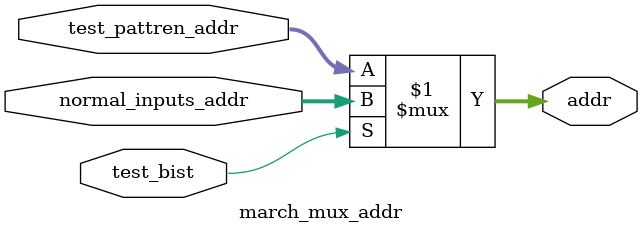
<source format=v>
module march_mux_addr(
    normal_inputs_addr, 
    test_pattren_addr, 
    test_bist, 

    addr
);

input [3:0] normal_inputs_addr;
input [3:0] test_pattren_addr;
input test_bist;
output [3:0] addr;

wire [3:0] addr;

assign addr = (test_bist)? normal_inputs_addr:test_pattren_addr;

endmodule

</source>
